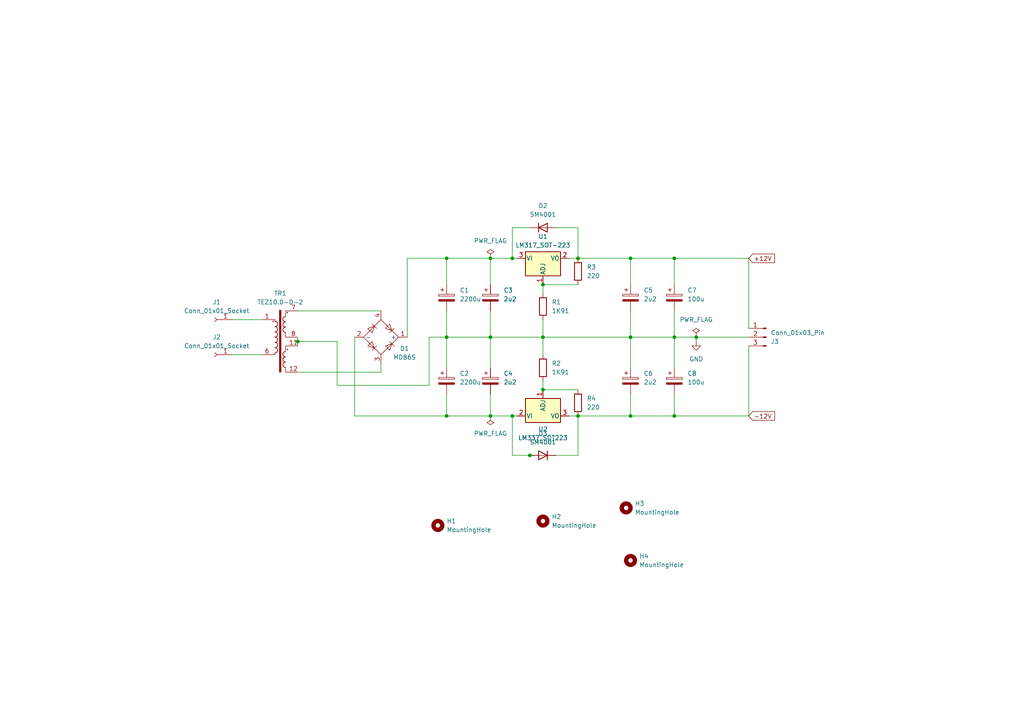
<source format=kicad_sch>
(kicad_sch (version 20250114) (generator "eeschema") (generator_version "9.0")
  (paper "A4")
  (title_block (title "PHONO PREAMP") (date "2025-08-08") (rev "1.0") (company "Chapuzas S.L."))
  (lib_symbols
    (symbol "Connector:Conn_01x01_Socket" (pin_names (offset 1.016) (hide yes))
      (property "Reference" "J" (at 0 2.54 0))
      (property "Value" "Conn_01x01_Socket" (at 0 -2.54 0))
      (symbol "Conn_01x01_Socket_1_1"
        (polyline (pts (xy -1.27 0) (xy -0.508 0)) (stroke (width 0.1524)))
        (arc (start 0 -0.508) (mid -0.5058 0) (end 0 0.508) (stroke (width 0.1524)))
        (pin passive line (at -5.08 0 0) (length 3.81) (name "Pin_1") (number "1"))
      )
    )
    (symbol "Connector:Conn_01x03_Pin" (pin_names (offset 1.016) (hide yes))
      (property "Reference" "J" (at 0 5.08 0))
      (property "Value" "Conn_01x03_Pin" (at 0 -5.08 0))
      (symbol "Conn_01x03_Pin_1_1"
        (rectangle (start 0.8636 2.667) (end 0 2.413) (stroke (width 0.1524)) (fill (type outline)))
        (rectangle (start 0.8636 0.127) (end 0 -0.127) (stroke (width 0.1524)) (fill (type outline)))
        (rectangle (start 0.8636 -2.413) (end 0 -2.667) (stroke (width 0.1524)) (fill (type outline)))
        (polyline (pts (xy 1.27 2.54) (xy 0.8636 2.54)) (stroke (width 0.1524)))
        (polyline (pts (xy 1.27 0) (xy 0.8636 0)) (stroke (width 0.1524)))
        (polyline (pts (xy 1.27 -2.54) (xy 0.8636 -2.54)) (stroke (width 0.1524)))
        (pin passive line (at 5.08 2.54 180) (length 3.81) (name "Pin_1") (number "1"))
        (pin passive line (at 5.08 0 180) (length 3.81) (name "Pin_2") (number "2"))
        (pin passive line (at 5.08 -2.54 180) (length 3.81) (name "Pin_3") (number "3"))
      )
    )
    (symbol "Device:C_Polarized" (pin_numbers (hide yes)) (pin_names (offset 0.254))
      (property "Reference" "C" (at 0.635 2.54 0))
      (property "Value" "C_Polarized" (at 0.635 -2.54 0))
      (symbol "C_Polarized_0_1"
        (rectangle (start -2.286 0.508) (end 2.286 1.016))
        (polyline (pts (xy -1.778 2.286) (xy -0.762 2.286)))
        (polyline (pts (xy -1.27 2.794) (xy -1.27 1.778)))
        (rectangle (start 2.286 -0.508) (end -2.286 -1.016) (fill (type outline)))
      )
      (symbol "C_Polarized_1_1"
        (pin passive line (at 0 3.81 270) (length 2.794) (name "~") (number "1"))
        (pin passive line (at 0 -3.81 90) (length 2.794) (name "~") (number "2"))
      )
    )
    (symbol "Device:R" (pin_numbers (hide yes)) (pin_names (offset 0))
      (property "Reference" "R" (at 2.032 0 90))
      (property "Value" "R" (at 0 0 90))
      (symbol "R_0_1"
        (rectangle (start -1.016 -2.54) (end 1.016 2.54) (stroke (width 0.254)))
      )
      (symbol "R_1_1"
        (pin passive line (at 0 3.81 270) (length 1.27) (name "~") (number "1"))
        (pin passive line (at 0 -3.81 90) (length 1.27) (name "~") (number "2"))
      )
    )
    (symbol "Diode:SM4001" (pin_numbers (hide yes)) (pin_names (hide yes))
      (property "Reference" "D" (at 0 2.54 0))
      (property "Value" "SM4001" (at 0 -2.54 0))
      (symbol "SM4001_0_1"
        (polyline (pts (xy -1.27 1.27) (xy -1.27 -1.27)) (stroke (width 0.254)))
        (polyline (pts (xy 1.27 1.27) (xy 1.27 -1.27) (xy -1.27 0) (xy 1.27 1.27)) (stroke (width 0.254)))
        (polyline (pts (xy 1.27 0) (xy -1.27 0)))
      )
      (symbol "SM4001_1_1"
        (pin passive line (at -3.81 0 0) (length 2.54) (name "K") (number "1"))
        (pin passive line (at 3.81 0 180) (length 2.54) (name "A") (number "2"))
      )
    )
    (symbol "Diode_Bridge:MDB6S"
      (property "Reference" "D" (at 3.81 6.35 0))
      (property "Value" "MDB6S" (at 6.35 3.81 0))
      (symbol "MDB6S_1_1"
        (polyline (pts (xy -5.08 0) (xy 0 -5.08) (xy 5.08 0) (xy 0 5.08) (xy -5.08 0)))
        (polyline (pts (xy -3.81 2.54) (xy -2.54 1.27) (xy -1.905 3.175) (xy -3.81 2.54)))
        (polyline (pts (xy -2.54 3.81) (xy -1.27 2.54)))
        (polyline (pts (xy -2.54 -1.27) (xy -3.81 -2.54) (xy -1.905 -3.175) (xy -2.54 -1.27)))
        (polyline (pts (xy -1.27 -2.54) (xy -2.54 -3.81)))
        (polyline (pts (xy 1.27 2.54) (xy 2.54 3.81) (xy 3.175 1.905) (xy 1.27 2.54)))
        (polyline (pts (xy 2.54 1.27) (xy 3.81 2.54)))
        (polyline (pts (xy 2.54 -1.27) (xy 3.81 -2.54)))
        (polyline (pts (xy 3.175 -1.905) (xy 1.27 -2.54) (xy 2.54 -3.81) (xy 3.175 -1.905)))
        (pin passive line (at -7.62 0 0) (length 2.54) (name "-") (number "2"))
        (pin passive line (at 0 7.62 270) (length 2.54) (name "~") (number "4"))
        (pin passive line (at 0 -7.62 90) (length 2.54) (name "~") (number "3"))
        (pin passive line (at 7.62 0 180) (length 2.54) (name "+") (number "1"))
      )
    )
    (symbol "Mechanical:MountingHole" (pin_names (offset 1.016)) (in_bom no)
      (property "Reference" "H" (at 0 5.08 0))
      (property "Value" "MountingHole" (at 0 3.175 0))
      (symbol "MountingHole_0_1"
        (circle (center 0 0) (radius 1.27) (stroke (width 1.27)))
      )
    )
    (symbol "Regulator_Linear:LM317_SOT-223" (pin_names (offset 0.254))
      (property "Reference" "U" (at -3.81 3.175 0))
      (property "Value" "LM317_SOT-223" (at 0 3.175 0))
      (symbol "LM317_SOT-223_0_1"
        (rectangle (start -5.08 1.905) (end 5.08 -5.08) (stroke (width 0.254)) (fill (type background)))
      )
      (symbol "LM317_SOT-223_1_1"
        (pin power_in line (at -7.62 0 0) (length 2.54) (name "VI") (number "3"))
        (pin input line (at 0 -7.62 90) (length 2.54) (name "ADJ") (number "1"))
        (pin power_out line (at 7.62 0 180) (length 2.54) (name "VO") (number "2"))
      )
    )
    (symbol "Regulator_Linear:LM337_SOT223" (pin_names (offset 0.254))
      (property "Reference" "U" (at -3.81 -3.175 0))
      (property "Value" "LM337_SOT223" (at 0 -3.175 0))
      (symbol "LM337_SOT223_0_1"
        (rectangle (start -5.08 5.08) (end 5.08 -1.905) (stroke (width 0.254)) (fill (type background)))
      )
      (symbol "LM337_SOT223_1_1"
        (pin power_in line (at -7.62 0 0) (length 2.54) (name "VI") (number "2"))
        (pin input line (at 0 7.62 270) (length 2.54) (name "ADJ") (number "1"))
        (pin power_out line (at 7.62 0 180) (length 2.54) (name "VO") (number "3"))
      )
    )
    (symbol "Transformer:TEZ10.0-D-2" (pin_names (offset 0.0254))
      (property "Reference" "TR" (at 0 8.89 0))
      (property "Value" "TEZ10.0-D-2" (at 0 -11.43 0))
      (symbol "TEZ10.0-D-2_0_1"
        (circle (center -2.032 4.572) (radius 0.127))
        (arc (start -1.524 4.572) (mid -0.7653 3.81) (end -1.524 3.048) (stroke (width 0.2032)))
        (arc (start -1.524 3.048) (mid -0.7653 2.286) (end -1.524 1.524) (stroke (width 0.2032)))
        (arc (start -1.524 1.524) (mid -0.7653 0.762) (end -1.524 0) (stroke (width 0.2032)))
        (arc (start -1.524 0) (mid -0.7653 -0.762) (end -1.524 -1.524) (stroke (width 0.2032)))
        (arc (start -1.524 -1.524) (mid -0.7653 -2.286) (end -1.524 -3.048) (stroke (width 0.2032)))
        (arc (start -1.524 -3.048) (mid -0.7653 -3.81) (end -1.524 -4.572) (stroke (width 0.2032)))
        (polyline (pts (xy -1.524 4.572) (xy -1.524 5.08) (xy -2.54 5.08)))
        (polyline (pts (xy -1.524 -4.572) (xy -1.524 -5.08) (xy -2.54 -5.08)))
        (rectangle (start -0.254 7.874) (end 0.254 -10.16) (stroke (width 0.0254)) (fill (type outline)))
        (polyline (pts (xy 1.524 -8.89) (xy 1.524 -10.16) (xy 2.54 -10.16)))
        (arc (start 1.524 4.445) (mid 0.7653 5.207) (end 1.524 5.969) (stroke (width 0.2032)))
        (arc (start 1.524 2.921) (mid 0.7653 3.683) (end 1.524 4.445) (stroke (width 0.2032)))
        (arc (start 1.524 1.397) (mid 0.7653 2.159) (end 1.524 2.921) (stroke (width 0.2032)))
        (arc (start 1.524 -5.715) (mid 0.7653 -4.953) (end 1.524 -4.191) (stroke (width 0.2032)))
        (arc (start 1.524 -7.239) (mid 0.7653 -6.477) (end 1.524 -5.715) (stroke (width 0.2032)))
        (arc (start 1.524 -8.763) (mid 0.7653 -8.001) (end 1.524 -7.239) (stroke (width 0.2032)))
        (circle (center 2.032 7.112) (radius 0.127))
        (circle (center 2.032 -3.556) (radius 0.127))
        (polyline (pts (xy 2.54 7.62) (xy 1.524 7.62) (xy 1.524 6.096)))
        (polyline (pts (xy 2.54 0) (xy 1.524 0) (xy 1.524 1.27)))
        (polyline (pts (xy 2.54 -2.54) (xy 1.524 -2.54) (xy 1.524 -4.064)))
      )
      (symbol "TEZ10.0-D-2_1_1"
        (pin passive line (at -5.08 5.08 0) (length 2.54) (name "~") (number "1"))
        (pin passive line (at -5.08 -5.08 0) (length 2.54) (name "~") (number "6"))
        (pin passive line (at 5.08 7.62 180) (length 2.54) (name "~") (number "7"))
        (pin passive line (at 5.08 0 180) (length 2.54) (name "~") (number "8"))
        (pin passive line (at 5.08 -2.54 180) (length 2.54) (name "~") (number "11"))
        (pin passive line (at 5.08 -10.16 180) (length 2.54) (name "~") (number "12"))
      )
    )
    (symbol "power:GND" (power) (pin_numbers (hide yes)) (pin_names (offset 0) (hide yes))
      (property "Value" "GND" (at 0 -3.81 0))
      (symbol "GND_0_1"
        (polyline (pts (xy 0 0) (xy 0 -1.27) (xy 1.27 -1.27) (xy 0 -2.54) (xy -1.27 -1.27) (xy 0 -1.27)))
      )
      (symbol "GND_1_1"
        (pin power_in line (at 0 0 270) (length 0) (name "~") (number "1"))
      )
    )
    (symbol "power:PWR_FLAG" (power) (pin_numbers (hide yes)) (pin_names (offset 0) (hide yes))
      (property "Value" "PWR_FLAG" (at 0 3.81 0))
      (symbol "PWR_FLAG_0_0"
        (pin power_out line (at 0 0 90) (length 0) (name "~") (number "1"))
      )
      (symbol "PWR_FLAG_0_1"
        (polyline (pts (xy 0 0) (xy 0 1.27) (xy -1.016 1.905) (xy 0 2.54) (xy 1.016 1.905) (xy 0 1.27)))
      )
    )
  )
  (junction (at 129.54 97.79))
  (junction (at 148.59 120.65))
  (junction (at 157.48 97.79))
  (junction (at 182.88 120.65))
  (junction (at 195.58 74.93))
  (junction (at 142.24 97.79))
  (junction (at 142.24 74.93))
  (junction (at 142.24 120.65))
  (junction (at 201.93 97.79))
  (junction (at 182.88 74.93))
  (junction (at 129.54 74.93))
  (junction (at 195.58 120.65))
  (junction (at 167.64 74.93))
  (junction (at 153.67 132.08))
  (junction (at 86.36 99.06))
  (junction (at 157.48 82.55))
  (junction (at 195.58 97.79))
  (junction (at 129.54 120.65))
  (junction (at 182.88 97.79))
  (junction (at 167.64 120.65))
  (junction (at 157.48 113.03))
  (junction (at 148.59 74.93))
  (wire (pts (xy 67.31 92.71) (xy 76.2 92.71)))
  (wire (pts (xy 157.48 97.79) (xy 182.88 97.79)))
  (wire (pts (xy 195.58 74.93) (xy 217.17 74.93)))
  (wire (pts (xy 167.64 74.93) (xy 182.88 74.93)))
  (wire (pts (xy 129.54 114.3) (xy 129.54 120.65)))
  (wire (pts (xy 129.54 90.17) (xy 129.54 97.79)))
  (wire (pts (xy 154.94 132.08) (xy 153.67 132.08)))
  (wire (pts (xy 195.58 90.17) (xy 195.58 97.79)))
  (wire (pts (xy 97.79 99.06) (xy 97.79 111.76)))
  (wire (pts (xy 153.67 132.08) (xy 148.59 132.08)))
  (wire (pts (xy 157.48 92.71) (xy 157.48 97.79)))
  (wire (pts (xy 182.88 120.65) (xy 195.58 120.65)))
  (wire (pts (xy 165.1 74.93) (xy 167.64 74.93)))
  (wire (pts (xy 153.67 66.04) (xy 148.59 66.04)))
  (wire (pts (xy 167.64 66.04) (xy 167.64 74.93)))
  (wire (pts (xy 195.58 97.79) (xy 195.58 106.68)))
  (wire (pts (xy 157.48 82.55) (xy 167.64 82.55)))
  (wire (pts (xy 182.88 114.3) (xy 182.88 120.65)))
  (wire (pts (xy 67.31 102.87) (xy 76.2 102.87)))
  (wire (pts (xy 97.79 111.76) (xy 124.46 111.76)))
  (wire (pts (xy 165.1 120.65) (xy 167.64 120.65)))
  (wire (pts (xy 161.29 66.04) (xy 167.64 66.04)))
  (wire (pts (xy 182.88 74.93) (xy 195.58 74.93)))
  (wire (pts (xy 167.64 120.65) (xy 182.88 120.65)))
  (wire (pts (xy 110.49 105.41) (xy 110.49 107.95)))
  (wire (pts (xy 195.58 114.3) (xy 195.58 120.65)))
  (wire (pts (xy 201.93 97.79) (xy 217.17 97.79)))
  (wire (pts (xy 118.11 74.93) (xy 129.54 74.93)))
  (wire (pts (xy 102.87 120.65) (xy 102.87 97.79)))
  (wire (pts (xy 129.54 97.79) (xy 142.24 97.79)))
  (wire (pts (xy 129.54 120.65) (xy 102.87 120.65)))
  (wire (pts (xy 129.54 120.65) (xy 142.24 120.65)))
  (wire (pts (xy 142.24 74.93) (xy 148.59 74.93)))
  (wire (pts (xy 182.88 97.79) (xy 182.88 106.68)))
  (wire (pts (xy 142.24 114.3) (xy 142.24 120.65)))
  (wire (pts (xy 167.64 132.08) (xy 167.64 120.65)))
  (wire (pts (xy 86.36 99.06) (xy 86.36 97.79)))
  (wire (pts (xy 217.17 120.65) (xy 217.17 100.33)))
  (wire (pts (xy 217.17 95.25) (xy 217.17 74.93)))
  (wire (pts (xy 142.24 82.55) (xy 142.24 74.93)))
  (wire (pts (xy 142.24 97.79) (xy 157.48 97.79)))
  (wire (pts (xy 118.11 97.79) (xy 118.11 74.93)))
  (wire (pts (xy 161.29 132.08) (xy 167.64 132.08)))
  (wire (pts (xy 148.59 132.08) (xy 148.59 120.65)))
  (wire (pts (xy 129.54 82.55) (xy 129.54 74.93)))
  (wire (pts (xy 148.59 74.93) (xy 149.86 74.93)))
  (wire (pts (xy 182.88 97.79) (xy 195.58 97.79)))
  (wire (pts (xy 148.59 66.04) (xy 148.59 74.93)))
  (wire (pts (xy 142.24 120.65) (xy 148.59 120.65)))
  (wire (pts (xy 86.36 100.33) (xy 86.36 99.06)))
  (wire (pts (xy 148.59 120.65) (xy 149.86 120.65)))
  (wire (pts (xy 182.88 82.55) (xy 182.88 74.93)))
  (wire (pts (xy 157.48 113.03) (xy 157.48 110.49)))
  (wire (pts (xy 129.54 97.79) (xy 129.54 106.68)))
  (wire (pts (xy 129.54 74.93) (xy 142.24 74.93)))
  (wire (pts (xy 110.49 107.95) (xy 86.36 107.95)))
  (wire (pts (xy 157.48 97.79) (xy 157.48 102.87)))
  (wire (pts (xy 86.36 99.06) (xy 97.79 99.06)))
  (wire (pts (xy 201.93 99.06) (xy 201.93 97.79)))
  (wire (pts (xy 142.24 97.79) (xy 142.24 106.68)))
  (wire (pts (xy 86.36 90.17) (xy 110.49 90.17)))
  (wire (pts (xy 124.46 111.76) (xy 124.46 97.79)))
  (wire (pts (xy 167.64 113.03) (xy 157.48 113.03)))
  (wire (pts (xy 157.48 82.55) (xy 157.48 85.09)))
  (wire (pts (xy 124.46 97.79) (xy 129.54 97.79)))
  (wire (pts (xy 142.24 90.17) (xy 142.24 97.79)))
  (wire (pts (xy 195.58 82.55) (xy 195.58 74.93)))
  (wire (pts (xy 195.58 97.79) (xy 201.93 97.79)))
  (wire (pts (xy 195.58 120.65) (xy 217.17 120.65)))
  (wire (pts (xy 182.88 90.17) (xy 182.88 97.79)))
  (global_label "+12V" (shape input) (at 217.17 74.93 0) (property "Intersheetrefs" "${INTERSHEET_REFS}" (effects (hide yes))))
  (global_label "-12V" (shape input) (at 217.17 120.65 0) (property "Intersheetrefs" "${INTERSHEET_REFS}" (effects (hide yes))))
  (symbol (lib_id "Diode_Bridge:MDB6S") (at 110.49 97.79 0) (unit 1)
    (property "Reference" "D1" (at 117.348 101.092 0))
    (property "Value" "MDB6S" (at 117.348 103.632 0))
    (property "Footprint" "Custom_Parts:TSSOP-4_4.4x5mm_P4mm" (effects (hide yes)))
    (property "Datasheet" "https://www.onsemi.com/pub/Collateral/MDB8S-D.PDF" (effects (hide yes)))
    (property "Description" "Single-Phase Bridge Rectifier, 420V Vrms, 1A If, TSSOP-4" (effects (hide yes)))
  )
  (symbol (lib_id "Regulator_Linear:LM317_SOT-223") (at 157.48 74.93 0) (unit 1)
    (property "Reference" "U1" (at 157.48 68.58 0))
    (property "Value" "LM317_SOT-223" (at 157.48 71.12 0))
    (property "Footprint" "Package_TO_SOT_SMD:SOT-223-3_TabPin2" (effects (hide yes)))
    (property "Datasheet" "http://www.ti.com/lit/ds/symlink/lm317.pdf" (effects (hide yes)))
    (property "Description" "1.5A 35V Adjustable Linear Regulator, SOT-223" (effects (hide yes)))
  )
  (symbol (lib_id "Device:C_Polarized") (at 129.54 86.36 0) (unit 1)
    (property "Reference" "C1" (at 133.35 84.2009 0) (effects (justify left)))
    (property "Value" "2200u" (at 133.35 86.7409 0) (effects (justify left)))
    (property "Footprint" "Capacitor_SMD:CP_Elec_16x17.5" (effects (hide yes)))
    (property "Description" "Polarized capacitor" (effects (hide yes)))
  )
  (symbol (lib_id "Device:R") (at 157.48 106.68 0) (unit 1)
    (property "Reference" "R2" (at 160.02 105.4099 0) (effects (justify left)))
    (property "Value" "1K91" (at 160.02 107.9499 0) (effects (justify left)))
    (property "Footprint" "Resistor_SMD:R_0805_2012Metric_Pad1.20x1.40mm_HandSolder" (effects (hide yes)))
    (property "Description" "Resistor" (effects (hide yes)))
  )
  (symbol (lib_id "Connector:Conn_01x03_Pin") (at 222.25 97.79 0) (mirror y) (unit 1)
    (property "Reference" "J3" (at 223.52 99.0601 0) (effects (justify right)))
    (property "Value" "Conn_01x03_Pin" (at 223.52 96.5201 0) (effects (justify right)))
    (property "Footprint" "Connector_Molex:Molex_KK-254_AE-6410-03A_1x03_P2.54mm_Vertical" (effects (hide yes)))
    (property "Description" "Generic connector, single row, 01x03, script generated" (effects (hide yes)))
  )
  (symbol (lib_id "Regulator_Linear:LM337_SOT223") (at 157.48 120.65 0) (unit 1)
    (property "Reference" "U2" (at 157.48 124.46 0))
    (property "Value" "LM337_SOT223" (at 157.48 127 0))
    (property "Footprint" "Package_TO_SOT_SMD:SOT-223-3_TabPin2" (effects (hide yes)))
    (property "Datasheet" "http://www.ti.com/lit/ds/symlink/lm337-n.pdf" (effects (hide yes)))
    (property "Description" "Negative 1A 35V Adjustable Linear Regulator, SOT-223" (effects (hide yes)))
  )
  (symbol (lib_id "Device:C_Polarized") (at 195.58 110.49 0) (unit 1)
    (property "Reference" "C8" (at 199.39 108.3309 0) (effects (justify left)))
    (property "Value" "100u" (at 199.39 110.8709 0) (effects (justify left)))
    (property "Footprint" "Capacitor_SMD:CP_Elec_6.3x7.7" (effects (hide yes)))
    (property "Description" "Polarized capacitor" (effects (hide yes)))
  )
  (symbol (lib_id "Mechanical:MountingHole") (at 182.88 162.56 0) (unit 1) (in_bom no)
    (property "Reference" "H4" (at 185.42 161.2899 0) (effects (justify left)))
    (property "Value" "MountingHole" (at 185.42 163.8299 0) (effects (justify left)))
    (property "Footprint" "MountingHole:MountingHole_3.2mm_M3" (effects (hide yes)))
    (property "Description" "Mounting Hole without connection" (effects (hide yes)))
  )
  (symbol (lib_id "Diode:SM4001") (at 157.48 66.04 0) (unit 1)
    (property "Reference" "D2" (at 157.48 59.69 0))
    (property "Value" "SM4001" (at 157.48 62.23 0))
    (property "Footprint" "Diode_SMD:D_SMA" (effects (hide yes)))
    (property "Datasheet" "http://cdn-reichelt.de/documents/datenblatt/A400/SMD1N400%23DIO.pdf" (effects (hide yes)))
    (property "Description" "50V 1A General Purpose Rectifier Diode, MELF" (effects (hide yes)))
    (property "Sim.Device" "D" (effects (hide yes)))
    (property "Sim.Pins" "1=K 2=A" (effects (hide yes)))
  )
  (symbol (lib_id "Mechanical:MountingHole") (at 181.61 147.32 0) (unit 1) (in_bom no)
    (property "Reference" "H3" (at 184.15 146.0499 0) (effects (justify left)))
    (property "Value" "MountingHole" (at 184.15 148.5899 0) (effects (justify left)))
    (property "Footprint" "MountingHole:MountingHole_3.2mm_M3" (effects (hide yes)))
    (property "Description" "Mounting Hole without connection" (effects (hide yes)))
  )
  (symbol (lib_id "Device:C_Polarized") (at 195.58 86.36 0) (unit 1)
    (property "Reference" "C7" (at 199.39 84.2009 0) (effects (justify left)))
    (property "Value" "100u" (at 199.39 86.7409 0) (effects (justify left)))
    (property "Footprint" "Capacitor_SMD:CP_Elec_6.3x7.7" (effects (hide yes)))
    (property "Description" "Polarized capacitor" (effects (hide yes)))
  )
  (symbol (lib_id "Device:R") (at 157.48 88.9 0) (unit 1)
    (property "Reference" "R1" (at 160.02 87.6299 0) (effects (justify left)))
    (property "Value" "1K91" (at 160.02 90.1699 0) (effects (justify left)))
    (property "Footprint" "Resistor_SMD:R_0805_2012Metric_Pad1.20x1.40mm_HandSolder" (effects (hide yes)))
    (property "Description" "Resistor" (effects (hide yes)))
  )
  (symbol (lib_id "power:PWR_FLAG") (at 142.24 74.93 0) (unit 1)
    (property "Reference" "#FLG01" (effects (hide yes)))
    (property "Value" "PWR_FLAG" (at 142.24 69.85 0))
    (property "Description" "Special symbol for telling ERC where power comes from" (effects (hide yes)))
  )
  (symbol (lib_id "power:GND") (at 201.93 99.06 0) (unit 1)
    (property "Reference" "#PWR01" (effects (hide yes)))
    (property "Value" "GND" (at 201.93 104.14 0))
    (property "Description" "Power symbol creates a global label with name \"GND\" , ground" (effects (hide yes)))
  )
  (symbol (lib_id "Mechanical:MountingHole") (at 157.48 151.13 0) (unit 1) (in_bom no)
    (property "Reference" "H2" (at 160.02 149.8599 0) (effects (justify left)))
    (property "Value" "MountingHole" (at 160.02 152.3999 0) (effects (justify left)))
    (property "Footprint" "MountingHole:MountingHole_3.2mm_M3" (effects (hide yes)))
    (property "Description" "Mounting Hole without connection" (effects (hide yes)))
  )
  (symbol (lib_id "Device:C_Polarized") (at 182.88 86.36 0) (unit 1)
    (property "Reference" "C5" (at 186.69 84.2009 0) (effects (justify left)))
    (property "Value" "2u2" (at 186.69 86.7409 0) (effects (justify left)))
    (property "Footprint" "Capacitor_SMD:CP_Elec_4x5.4" (effects (hide yes)))
    (property "Description" "Polarized capacitor" (effects (hide yes)))
  )
  (symbol (lib_id "power:PWR_FLAG") (at 201.93 97.79 0) (unit 1)
    (property "Reference" "#FLG05" (effects (hide yes)))
    (property "Value" "PWR_FLAG" (at 201.93 92.71 0))
    (property "Description" "Special symbol for telling ERC where power comes from" (effects (hide yes)))
  )
  (symbol (lib_id "Transformer:TEZ10.0-D-2") (at 81.28 97.79 0) (unit 1)
    (property "Reference" "TR1" (at 81.28 85.09 0))
    (property "Value" "TEZ10.0-D-2" (at 81.28 87.63 0))
    (property "Footprint" "Transformer_THT:Transformer_Breve_TEZ-44x52" (effects (hide yes)))
    (property "Datasheet" "http://www.breve.pl/pdf/ANG/TEZ_ang.pdf" (effects (hide yes)))
    (property "Description" "TEZ10.0/D/x-x, 10VA, Dual Secondary, Cast Resin Transformer, PCB" (effects (hide yes)))
  )
  (symbol (lib_id "Device:C_Polarized") (at 142.24 110.49 0) (unit 1)
    (property "Reference" "C4" (at 146.05 108.3309 0) (effects (justify left)))
    (property "Value" "2u2" (at 146.05 110.8709 0) (effects (justify left)))
    (property "Footprint" "Capacitor_SMD:CP_Elec_4x5.4" (effects (hide yes)))
    (property "Description" "Polarized capacitor" (effects (hide yes)))
  )
  (symbol (lib_id "Device:C_Polarized") (at 129.54 110.49 0) (unit 1)
    (property "Reference" "C2" (at 133.35 108.3309 0) (effects (justify left)))
    (property "Value" "2200u" (at 133.35 110.8709 0) (effects (justify left)))
    (property "Footprint" "Capacitor_SMD:CP_Elec_16x17.5" (effects (hide yes)))
    (property "Description" "Polarized capacitor" (effects (hide yes)))
  )
  (symbol (lib_id "Device:R") (at 167.64 116.84 0) (unit 1)
    (property "Reference" "R4" (at 170.18 115.5699 0) (effects (justify left)))
    (property "Value" "220" (at 170.18 118.1099 0) (effects (justify left)))
    (property "Footprint" "Resistor_SMD:R_0805_2012Metric_Pad1.20x1.40mm_HandSolder" (effects (hide yes)))
    (property "Description" "Resistor" (effects (hide yes)))
  )
  (symbol (lib_id "Connector:Conn_01x01_Socket") (at 62.23 102.87 180) (unit 1)
    (property "Reference" "J2" (at 62.865 97.79 0))
    (property "Value" "Conn_01x01_Socket" (at 62.865 100.33 0))
    (property "Footprint" "Connector_Wire:SolderWire-2.5sqmm_1x01_D2.4mm_OD4.4mm" (effects (hide yes)))
    (property "Description" "Generic connector, single row, 01x01, script generated" (effects (hide yes)))
  )
  (symbol (lib_id "Connector:Conn_01x01_Socket") (at 62.23 92.71 180) (unit 1)
    (property "Reference" "J1" (at 62.865 87.63 0))
    (property "Value" "Conn_01x01_Socket" (at 62.865 90.17 0))
    (property "Footprint" "Connector_Wire:SolderWire-2.5sqmm_1x01_D2.4mm_OD4.4mm" (effects (hide yes)))
    (property "Description" "Generic connector, single row, 01x01, script generated" (effects (hide yes)))
  )
  (symbol (lib_id "Device:C_Polarized") (at 142.24 86.36 0) (unit 1)
    (property "Reference" "C3" (at 146.05 84.2009 0) (effects (justify left)))
    (property "Value" "2u2" (at 146.05 86.7409 0) (effects (justify left)))
    (property "Footprint" "Capacitor_SMD:CP_Elec_4x5.4" (effects (hide yes)))
    (property "Description" "Polarized capacitor" (effects (hide yes)))
  )
  (symbol (lib_id "power:PWR_FLAG") (at 142.24 120.65 180) (unit 1)
    (property "Reference" "#FLG02" (effects (hide yes)))
    (property "Value" "PWR_FLAG" (at 142.24 125.73 0))
    (property "Description" "Special symbol for telling ERC where power comes from" (effects (hide yes)))
  )
  (symbol (lib_id "Device:R") (at 167.64 78.74 180) (unit 1)
    (property "Reference" "R3" (at 170.18 77.4699 0) (effects (justify right)))
    (property "Value" "220" (at 170.18 80.0099 0) (effects (justify right)))
    (property "Footprint" "Resistor_SMD:R_0805_2012Metric_Pad1.20x1.40mm_HandSolder" (effects (hide yes)))
    (property "Description" "Resistor" (effects (hide yes)))
  )
  (symbol (lib_id "Mechanical:MountingHole") (at 127 152.4 0) (unit 1) (in_bom no)
    (property "Reference" "H1" (at 129.54 151.1299 0) (effects (justify left)))
    (property "Value" "MountingHole" (at 129.54 153.6699 0) (effects (justify left)))
    (property "Footprint" "MountingHole:MountingHole_3.2mm_M3" (effects (hide yes)))
    (property "Description" "Mounting Hole without connection" (effects (hide yes)))
  )
  (symbol (lib_id "Device:C_Polarized") (at 182.88 110.49 0) (unit 1)
    (property "Reference" "C6" (at 186.69 108.3309 0) (effects (justify left)))
    (property "Value" "2u2" (at 186.69 110.8709 0) (effects (justify left)))
    (property "Footprint" "Capacitor_SMD:CP_Elec_4x5.4" (effects (hide yes)))
    (property "Description" "Polarized capacitor" (effects (hide yes)))
  )
  (symbol (lib_id "Diode:SM4001") (at 157.48 132.08 180) (unit 1)
    (property "Reference" "D3" (at 157.48 125.73 0))
    (property "Value" "SM4001" (at 157.48 128.27 0))
    (property "Footprint" "Diode_SMD:D_SMA" (effects (hide yes)))
    (property "Datasheet" "http://cdn-reichelt.de/documents/datenblatt/A400/SMD1N400%23DIO.pdf" (effects (hide yes)))
    (property "Description" "50V 1A General Purpose Rectifier Diode, MELF" (effects (hide yes)))
    (property "Sim.Device" "D" (effects (hide yes)))
    (property "Sim.Pins" "1=K 2=A" (effects (hide yes)))
  )
)
</source>
